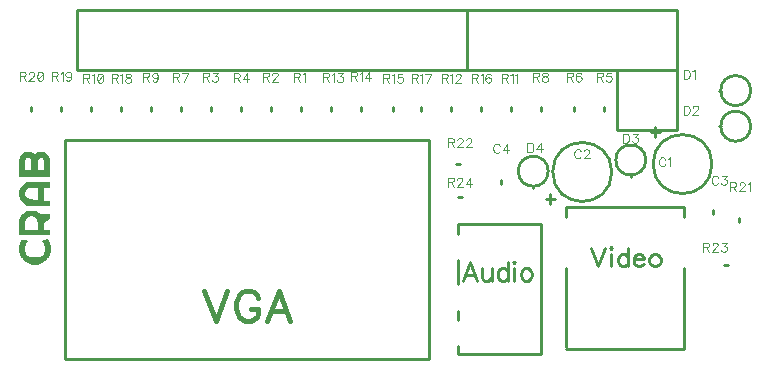
<source format=gto>
G04 DipTrace 2.4.0.2*
%INAV_TopSilk.GTO*%
%MOIN*%
%ADD10C,0.0098*%
%ADD12C,0.003*%
%ADD59C,0.0046*%
%ADD60C,0.0093*%
%ADD62C,0.0154*%
%FSLAX44Y44*%
G04*
G70*
G90*
G75*
G01*
%LNTopSilk*%
%LPD*%
X33137Y17619D2*
D10*
G02X33137Y17619I984J0D01*
G01*
X33373Y18682D2*
X33058D1*
X33215Y18839D2*
Y18524D1*
X29794Y17356D2*
G02X29794Y17356I984J0D01*
G01*
X29715Y16608D2*
Y16293D1*
X29558Y16451D2*
X29873D1*
X35144Y16072D2*
Y15954D1*
X28081Y17072D2*
Y16954D1*
X13547Y18429D2*
X25673D1*
Y11130D1*
X13547D1*
Y18429D1*
X26632Y15627D2*
X26635Y15296D1*
X26632Y15627D2*
X29388D1*
X26632Y14421D2*
X26635Y13608D1*
X26632Y12733D2*
Y12421D1*
X26635Y11546D2*
X26632Y11296D1*
X29388D1*
Y15627D2*
Y11296D1*
X30244Y14149D2*
Y11523D1*
Y16186D2*
X34180D1*
X30244Y11461D2*
X34180D1*
Y14149D1*
X30244Y16186D2*
Y15871D1*
X34180Y16186D2*
Y15871D1*
X35394Y20068D2*
G02X35394Y20068I500J0D01*
G01*
X35327D1*
X35394Y18880D2*
G02X35394Y18880I500J0D01*
G01*
X35327D1*
X31894Y17755D2*
G02X31894Y17755I500J0D01*
G01*
X32394Y17255D2*
Y17188D1*
X28644Y17380D2*
G02X28644Y17380I500J0D01*
G01*
X29144Y16880D2*
Y16813D1*
X21392Y19380D2*
Y19505D1*
X20392Y19380D2*
Y19505D1*
X18392Y19380D2*
Y19505D1*
X19392Y19380D2*
Y19505D1*
X31517Y19380D2*
Y19505D1*
X30517Y19380D2*
Y19505D1*
X17392Y19380D2*
Y19505D1*
X29392Y19380D2*
Y19505D1*
X16392Y19380D2*
Y19505D1*
X14392Y19380D2*
Y19505D1*
X28392Y19380D2*
Y19505D1*
X26392Y19380D2*
Y19505D1*
X22392Y19380D2*
Y19505D1*
X23392Y19380D2*
Y19505D1*
X24456Y19380D2*
Y19505D1*
X27392Y19380D2*
Y19505D1*
X25392Y19380D2*
Y19505D1*
X15392Y19380D2*
Y19505D1*
X13392Y19380D2*
Y19505D1*
X12392Y19380D2*
Y19505D1*
X36019Y15692D2*
Y15818D1*
X26706Y17630D2*
X26581D1*
X35644Y14255D2*
X35519D1*
X26768Y16505D2*
X26643D1*
X26937Y22755D2*
Y20755D1*
X13937Y20770D2*
X33937D1*
Y22739D1*
X13937D1*
Y20770D1*
X31937Y18755D2*
X33937D1*
Y20755D1*
X31937D1*
Y18755D1*
X12177Y18006D2*
D12*
X12416D1*
X12626D2*
X12835D1*
X12134Y17976D2*
X12452D1*
X12576D2*
X12878D1*
X12100Y17946D2*
X12492D1*
X12527D2*
X12912D1*
X12074Y17916D2*
X12938D1*
X12053Y17886D2*
X12958D1*
X12036Y17856D2*
X12976D1*
X12021Y17826D2*
X12213D1*
X12380D2*
X12657D1*
X12799D2*
X12990D1*
X12010Y17796D2*
X12195D1*
X12398D2*
X12632D1*
X12817D2*
X13002D1*
X12003Y17766D2*
X12185D1*
X12408D2*
X12614D1*
X12827D2*
X13009D1*
X12000Y17736D2*
X12180D1*
X12413D2*
X12604D1*
X12832D2*
X13012D1*
X11998Y17707D2*
X12178D1*
X12415D2*
X12599D1*
X12834D2*
X13014D1*
X11998Y17677D2*
X12177D1*
X12416D2*
X12597D1*
X12835D2*
X13014D1*
X11997Y17647D2*
X12177D1*
X12416D2*
X12596D1*
X12835D2*
X13014D1*
X11997Y17617D2*
X12177D1*
X12416D2*
X12596D1*
X12835D2*
X13014D1*
X11997Y17587D2*
X12177D1*
X12416D2*
X12596D1*
X12835D2*
X13015D1*
X11997Y17557D2*
X12177D1*
X12416D2*
X12596D1*
X12835D2*
X13015D1*
X11997Y17527D2*
X12177D1*
X12416D2*
X12596D1*
X12835D2*
X13015D1*
X11997Y17497D2*
X12177D1*
X12416D2*
X12596D1*
X12835D2*
X13015D1*
X11997Y17467D2*
X12177D1*
X12416D2*
X12596D1*
X12835D2*
X13015D1*
X11997Y17437D2*
X12177D1*
X12416D2*
X12596D1*
X12835D2*
X13015D1*
X11997Y17407D2*
X12177D1*
X12416D2*
X12596D1*
X12835D2*
X13015D1*
X11997Y17377D2*
X13015D1*
X11997Y17348D2*
X13015D1*
X11997Y17318D2*
X13015D1*
X11997Y17288D2*
X13015D1*
X11997Y17258D2*
X13015D1*
X11997Y17228D2*
X13015D1*
X12267Y17018D2*
X13015D1*
X12213Y16988D2*
X13015D1*
X12166Y16959D2*
X13015D1*
X12130Y16929D2*
X13015D1*
X12103Y16899D2*
X13015D1*
X12079Y16869D2*
X13015D1*
X12059Y16839D2*
X12303D1*
X12626D2*
X12805D1*
X12042Y16809D2*
X12260D1*
X12626D2*
X12805D1*
X12030Y16779D2*
X12228D1*
X12626D2*
X12805D1*
X12018Y16749D2*
X12206D1*
X12626D2*
X12805D1*
X12009Y16719D2*
X12192D1*
X12626D2*
X12805D1*
X12003Y16689D2*
X12183D1*
X12626D2*
X12805D1*
X12000Y16659D2*
X12180D1*
X12626D2*
X12805D1*
X11999Y16629D2*
X12178D1*
X12626D2*
X12805D1*
X12003Y16599D2*
X12178D1*
X12626D2*
X12805D1*
X12010Y16570D2*
X12183D1*
X12626D2*
X12805D1*
X12018Y16540D2*
X12192D1*
X12626D2*
X12805D1*
X12027Y16510D2*
X12219D1*
X12626D2*
X12805D1*
X12038Y16480D2*
X12254D1*
X12626D2*
X12805D1*
X12052Y16450D2*
X12361D1*
X12626D2*
X12805D1*
X12070Y16420D2*
X12521D1*
X12626D2*
X12805D1*
X12093Y16390D2*
X13015D1*
X12121Y16360D2*
X13015D1*
X12155Y16330D2*
X13015D1*
X12201Y16300D2*
X13015D1*
X12260Y16270D2*
X13015D1*
X12326Y16240D2*
X13015D1*
X12267Y16061D2*
X12536D1*
X12213Y16031D2*
X12590D1*
X12166Y16001D2*
X12642D1*
X12130Y15971D2*
X12701D1*
X12925D2*
X13015D1*
X12103Y15941D2*
X12777D1*
X12809D2*
X13015D1*
X12079Y15911D2*
X13014D1*
X12059Y15881D2*
X12303D1*
X12499D2*
X13013D1*
X12042Y15851D2*
X12260D1*
X12542D2*
X13010D1*
X12030Y15822D2*
X12228D1*
X12574D2*
X12995D1*
X12018Y15792D2*
X12206D1*
X12596D2*
X12959D1*
X12009Y15762D2*
X12192D1*
X12611D2*
X12916D1*
X12003Y15732D2*
X12183D1*
X12619D2*
X12873D1*
X11999Y15702D2*
X12180D1*
X12623D2*
X12835D1*
X11998Y15672D2*
X12178D1*
X12624D2*
X12820D1*
X11998Y15642D2*
X12177D1*
X12625D2*
X12811D1*
X11997Y15612D2*
X12177D1*
X12625D2*
X12808D1*
X11997Y15582D2*
X12177D1*
X12626D2*
X12806D1*
X11997Y15552D2*
X12177D1*
X12626D2*
X12805D1*
X11997Y15522D2*
X12177D1*
X12626D2*
X12805D1*
X11997Y15492D2*
X12177D1*
X12626D2*
X12805D1*
X11997Y15462D2*
X12177D1*
X12626D2*
X12805D1*
X11997Y15433D2*
X13015D1*
X11997Y15403D2*
X13015D1*
X11997Y15373D2*
X13015D1*
X11997Y15343D2*
X13015D1*
X11997Y15313D2*
X13015D1*
X11997Y15283D2*
X13015D1*
X12925Y15133D2*
D3*
X12087Y15103D2*
X12147D1*
X12879D2*
X12955D1*
X12076Y15073D2*
X12207D1*
X12828D2*
X12966D1*
X12063Y15044D2*
X12267D1*
X12775D2*
X12979D1*
X12050Y15014D2*
X12241D1*
X12800D2*
X12992D1*
X12038Y14984D2*
X12220D1*
X12822D2*
X13003D1*
X12028Y14954D2*
X12203D1*
X12839D2*
X13014D1*
X12017Y14924D2*
X12190D1*
X12851D2*
X13024D1*
X12008Y14894D2*
X12183D1*
X12859D2*
X13033D1*
X12002Y14864D2*
X12179D1*
X12862D2*
X13039D1*
X11999Y14834D2*
X12178D1*
X12864D2*
X13042D1*
X11998Y14804D2*
X12177D1*
X12865D2*
X13043D1*
X11999Y14774D2*
X12177D1*
X12865D2*
X13043D1*
X12002Y14744D2*
X12178D1*
X12864D2*
X13039D1*
X12010Y14714D2*
X12182D1*
X12860D2*
X13032D1*
X12018Y14685D2*
X12190D1*
X12851D2*
X13023D1*
X12027Y14655D2*
X12203D1*
X12839D2*
X13014D1*
X12038Y14625D2*
X12220D1*
X12821D2*
X13003D1*
X12051Y14595D2*
X12245D1*
X12796D2*
X12990D1*
X12065Y14565D2*
X12277D1*
X12765D2*
X12976D1*
X12081Y14535D2*
X12372D1*
X12670D2*
X12961D1*
X12100Y14505D2*
X12525D1*
X12517D2*
X12942D1*
X12123Y14475D2*
X12918D1*
X12151Y14445D2*
X12887D1*
X12184Y14415D2*
X12850D1*
X12228Y14385D2*
X12806D1*
X12287Y14355D2*
X12750D1*
X12362Y14325D2*
X12677D1*
X12446Y14296D2*
X12596D1*
X12177Y18006D2*
X12134Y17976D1*
X12100Y17946D1*
X12074Y17916D1*
X12053Y17886D1*
X12036Y17856D1*
X12021Y17826D1*
X12010Y17796D1*
X12003Y17766D1*
X12000Y17736D1*
X11998Y17707D1*
Y17677D1*
X11997Y17647D1*
Y17617D1*
Y17587D1*
Y17557D1*
Y17527D1*
Y17497D1*
Y17467D1*
Y17437D1*
Y17407D1*
Y17377D1*
Y17348D1*
Y17318D1*
Y17288D1*
Y17258D1*
Y17228D1*
X12416Y18006D2*
X12452Y17976D1*
X12492Y17946D1*
X12536Y17916D1*
X12626Y18006D2*
X12576Y17976D1*
X12527Y17946D1*
X12476Y17916D1*
X12835Y18006D2*
X12878Y17976D1*
X12912Y17946D1*
X12938Y17916D1*
X12958Y17886D1*
X12976Y17856D1*
X12990Y17826D1*
X13002Y17796D1*
X13009Y17766D1*
X13012Y17736D1*
X13014Y17707D1*
Y17677D1*
Y17647D1*
Y17617D1*
X13015Y17587D1*
Y17557D1*
Y17527D1*
Y17497D1*
Y17467D1*
Y17437D1*
Y17407D1*
Y17377D1*
Y17348D1*
Y17318D1*
Y17288D1*
Y17258D1*
Y17228D1*
X12237Y17856D2*
X12213Y17826D1*
X12195Y17796D1*
X12185Y17766D1*
X12180Y17736D1*
X12178Y17707D1*
X12177Y17677D1*
Y17647D1*
Y17617D1*
Y17587D1*
Y17557D1*
Y17527D1*
Y17497D1*
Y17467D1*
Y17437D1*
Y17407D1*
X12386Y17377D1*
X12356Y17856D2*
X12380Y17826D1*
X12398Y17796D1*
X12408Y17766D1*
X12413Y17736D1*
X12415Y17707D1*
X12416Y17677D1*
Y17647D1*
Y17617D1*
Y17587D1*
Y17557D1*
Y17527D1*
Y17497D1*
Y17467D1*
Y17437D1*
Y17407D1*
X12207Y17377D1*
X12685Y17856D2*
X12657Y17826D1*
X12632Y17796D1*
X12614Y17766D1*
X12604Y17736D1*
X12599Y17707D1*
X12597Y17677D1*
X12596Y17647D1*
Y17617D1*
Y17587D1*
Y17557D1*
Y17527D1*
Y17497D1*
Y17467D1*
Y17437D1*
Y17407D1*
X12805Y17377D1*
X12775Y17856D2*
X12799Y17826D1*
X12817Y17796D1*
X12827Y17766D1*
X12832Y17736D1*
X12834Y17707D1*
X12835Y17677D1*
Y17647D1*
Y17617D1*
Y17587D1*
Y17557D1*
Y17527D1*
Y17497D1*
Y17467D1*
Y17437D1*
Y17407D1*
X12626Y17377D1*
X12267Y17018D2*
X12213Y16988D1*
X12166Y16959D1*
X12130Y16929D1*
X12103Y16899D1*
X12079Y16869D1*
X12059Y16839D1*
X12042Y16809D1*
X12030Y16779D1*
X12018Y16749D1*
X12009Y16719D1*
X12003Y16689D1*
X12000Y16659D1*
X11999Y16629D1*
X12003Y16599D1*
X12010Y16570D1*
X12018Y16540D1*
X12027Y16510D1*
X12038Y16480D1*
X12052Y16450D1*
X12070Y16420D1*
X12093Y16390D1*
X12121Y16360D1*
X12155Y16330D1*
X12201Y16300D1*
X12260Y16270D1*
X12326Y16240D1*
X13015Y17018D2*
Y16988D1*
Y16959D1*
Y16929D1*
Y16899D1*
Y16869D1*
Y16839D1*
X12805D1*
Y16809D1*
Y16779D1*
Y16749D1*
Y16719D1*
Y16689D1*
Y16659D1*
Y16629D1*
Y16599D1*
Y16570D1*
Y16540D1*
Y16510D1*
Y16480D1*
Y16450D1*
Y16420D1*
Y16390D1*
X13015D1*
Y16360D1*
Y16330D1*
Y16300D1*
Y16270D1*
Y16240D1*
X12356Y16869D2*
X12303Y16839D1*
X12260Y16809D1*
X12228Y16779D1*
X12206Y16749D1*
X12192Y16719D1*
X12183Y16689D1*
X12180Y16659D1*
X12178Y16629D1*
Y16599D1*
X12183Y16570D1*
X12192Y16540D1*
X12219Y16510D1*
X12254Y16480D1*
X12361Y16450D1*
X12521Y16420D1*
X12715Y16390D1*
X12626Y16869D2*
Y16839D1*
Y16809D1*
Y16779D1*
Y16749D1*
Y16719D1*
Y16689D1*
Y16659D1*
Y16629D1*
Y16599D1*
Y16570D1*
Y16540D1*
Y16510D1*
Y16480D1*
Y16450D1*
Y16420D1*
X12416Y16390D1*
X12267Y16061D2*
X12213Y16031D1*
X12166Y16001D1*
X12130Y15971D1*
X12103Y15941D1*
X12079Y15911D1*
X12059Y15881D1*
X12042Y15851D1*
X12030Y15822D1*
X12018Y15792D1*
X12009Y15762D1*
X12003Y15732D1*
X11999Y15702D1*
X11998Y15672D1*
Y15642D1*
X11997Y15612D1*
Y15582D1*
Y15552D1*
Y15522D1*
Y15492D1*
Y15462D1*
Y15433D1*
Y15403D1*
Y15373D1*
Y15343D1*
Y15313D1*
Y15283D1*
X12536Y16061D2*
X12590Y16031D1*
X12642Y16001D1*
X12701Y15971D1*
X12777Y15941D1*
X12865Y15911D1*
X12925Y15971D2*
X12809Y15941D1*
X12685Y15911D1*
X13015Y15971D2*
Y15941D1*
X13014Y15911D1*
X13013Y15881D1*
X13010Y15851D1*
X12995Y15822D1*
X12959Y15792D1*
X12916Y15762D1*
X12873Y15732D1*
X12835Y15702D1*
X12820Y15672D1*
X12811Y15642D1*
X12808Y15612D1*
X12806Y15582D1*
X12805Y15552D1*
Y15522D1*
Y15492D1*
Y15462D1*
Y15433D1*
X13015D1*
Y15403D1*
Y15373D1*
Y15343D1*
Y15313D1*
Y15283D1*
X12356Y15911D2*
X12303Y15881D1*
X12260Y15851D1*
X12228Y15822D1*
X12206Y15792D1*
X12192Y15762D1*
X12183Y15732D1*
X12180Y15702D1*
X12178Y15672D1*
X12177Y15642D1*
Y15612D1*
Y15582D1*
Y15552D1*
Y15522D1*
Y15492D1*
Y15462D1*
Y15433D1*
X12446Y15911D2*
X12499Y15881D1*
X12542Y15851D1*
X12574Y15822D1*
X12596Y15792D1*
X12611Y15762D1*
X12619Y15732D1*
X12623Y15702D1*
X12624Y15672D1*
X12625Y15642D1*
Y15612D1*
X12626Y15582D1*
Y15552D1*
Y15522D1*
Y15492D1*
Y15462D1*
Y15433D1*
X12925Y15133D2*
X12879Y15103D1*
X12828Y15073D1*
X12775Y15044D1*
X12800Y15014D1*
X12822Y14984D1*
X12839Y14954D1*
X12851Y14924D1*
X12859Y14894D1*
X12862Y14864D1*
X12864Y14834D1*
X12865Y14804D1*
Y14774D1*
X12864Y14744D1*
X12860Y14714D1*
X12851Y14685D1*
X12839Y14655D1*
X12821Y14625D1*
X12796Y14595D1*
X12765Y14565D1*
X12670Y14535D1*
X12517Y14505D1*
X12326Y14475D1*
X12087Y15103D2*
X12076Y15073D1*
X12063Y15044D1*
X12050Y15014D1*
X12038Y14984D1*
X12028Y14954D1*
X12017Y14924D1*
X12008Y14894D1*
X12002Y14864D1*
X11999Y14834D1*
X11998Y14804D1*
X11999Y14774D1*
X12002Y14744D1*
X12010Y14714D1*
X12018Y14685D1*
X12027Y14655D1*
X12038Y14625D1*
X12051Y14595D1*
X12065Y14565D1*
X12081Y14535D1*
X12100Y14505D1*
X12123Y14475D1*
X12151Y14445D1*
X12184Y14415D1*
X12228Y14385D1*
X12287Y14355D1*
X12362Y14325D1*
X12446Y14296D1*
X12147Y15103D2*
X12207Y15073D1*
X12267Y15044D1*
X12241Y15014D1*
X12220Y14984D1*
X12203Y14954D1*
X12190Y14924D1*
X12183Y14894D1*
X12179Y14864D1*
X12178Y14834D1*
X12177Y14804D1*
Y14774D1*
X12178Y14744D1*
X12182Y14714D1*
X12190Y14685D1*
X12203Y14655D1*
X12220Y14625D1*
X12245Y14595D1*
X12277Y14565D1*
X12372Y14535D1*
X12525Y14505D1*
X12715Y14475D1*
X12955Y15103D2*
X12966Y15073D1*
X12979Y15044D1*
X12992Y15014D1*
X13003Y14984D1*
X13014Y14954D1*
X13024Y14924D1*
X13033Y14894D1*
X13039Y14864D1*
X13042Y14834D1*
X13043Y14804D1*
Y14774D1*
X13039Y14744D1*
X13032Y14714D1*
X13023Y14685D1*
X13014Y14655D1*
X13003Y14625D1*
X12990Y14595D1*
X12976Y14565D1*
X12961Y14535D1*
X12942Y14505D1*
X12918Y14475D1*
X12887Y14445D1*
X12850Y14415D1*
X12806Y14385D1*
X12750Y14355D1*
X12677Y14325D1*
X12596Y14296D1*
X33544Y17769D2*
D59*
X33530Y17798D1*
X33501Y17827D1*
X33473Y17841D1*
X33415D1*
X33387Y17827D1*
X33358Y17798D1*
X33343Y17769D1*
X33329Y17726D1*
Y17654D1*
X33343Y17611D1*
X33358Y17582D1*
X33387Y17554D1*
X33415Y17539D1*
X33473D1*
X33501Y17554D1*
X33530Y17582D1*
X33544Y17611D1*
X33637Y17783D2*
X33666Y17798D1*
X33709Y17840D1*
Y17539D1*
X30731Y18038D2*
X30717Y18067D1*
X30688Y18095D1*
X30659Y18110D1*
X30602D1*
X30573Y18095D1*
X30545Y18067D1*
X30530Y18038D1*
X30516Y17995D1*
Y17923D1*
X30530Y17880D1*
X30545Y17851D1*
X30573Y17823D1*
X30602Y17808D1*
X30659D1*
X30688Y17823D1*
X30717Y17851D1*
X30731Y17880D1*
X30838Y18038D2*
Y18052D1*
X30852Y18081D1*
X30867Y18095D1*
X30896Y18109D1*
X30953D1*
X30981Y18095D1*
X30996Y18081D1*
X31010Y18052D1*
Y18024D1*
X30996Y17995D1*
X30967Y17952D1*
X30824Y17808D1*
X31025D1*
X35310Y17160D2*
X35296Y17189D1*
X35267Y17218D1*
X35238Y17232D1*
X35181D1*
X35152Y17218D1*
X35123Y17189D1*
X35109Y17160D1*
X35095Y17117D1*
Y17045D1*
X35109Y17002D1*
X35123Y16974D1*
X35152Y16945D1*
X35181Y16931D1*
X35238D1*
X35267Y16945D1*
X35296Y16974D1*
X35310Y17002D1*
X35431Y17232D2*
X35589D1*
X35503Y17117D1*
X35546D1*
X35575Y17103D1*
X35589Y17088D1*
X35603Y17045D1*
Y17017D1*
X35589Y16974D1*
X35560Y16945D1*
X35517Y16931D1*
X35474D1*
X35431Y16945D1*
X35417Y16959D1*
X35402Y16988D1*
X28035Y18223D2*
X28020Y18251D1*
X27992Y18280D1*
X27963Y18295D1*
X27906D1*
X27877Y18280D1*
X27848Y18251D1*
X27834Y18223D1*
X27819Y18180D1*
Y18108D1*
X27834Y18065D1*
X27848Y18036D1*
X27877Y18008D1*
X27906Y17993D1*
X27963D1*
X27992Y18008D1*
X28020Y18036D1*
X28035Y18065D1*
X28271Y17993D2*
Y18294D1*
X28127Y18094D1*
X28343D1*
X34157Y20762D2*
Y20461D1*
X34258D1*
X34301Y20475D1*
X34329Y20504D1*
X34344Y20533D1*
X34358Y20576D1*
Y20648D1*
X34344Y20691D1*
X34329Y20719D1*
X34301Y20748D1*
X34258Y20762D1*
X34157D1*
X34451Y20705D2*
X34479Y20719D1*
X34523Y20762D1*
Y20461D1*
X34157Y19570D2*
Y19269D1*
X34257D1*
X34300Y19283D1*
X34329Y19312D1*
X34343Y19341D1*
X34357Y19384D1*
Y19455D1*
X34343Y19499D1*
X34329Y19527D1*
X34300Y19556D1*
X34257Y19570D1*
X34157D1*
X34465Y19498D2*
Y19513D1*
X34479Y19541D1*
X34493Y19556D1*
X34522Y19570D1*
X34579D1*
X34608Y19556D1*
X34622Y19541D1*
X34637Y19513D1*
Y19484D1*
X34622Y19455D1*
X34594Y19412D1*
X34450Y19269D1*
X34651D1*
X32147Y18632D2*
Y18331D1*
X32247D1*
X32290Y18345D1*
X32319Y18374D1*
X32333Y18403D1*
X32348Y18445D1*
Y18517D1*
X32333Y18560D1*
X32319Y18589D1*
X32290Y18618D1*
X32247Y18632D1*
X32147D1*
X32469D2*
X32627D1*
X32541Y18517D1*
X32584D1*
X32612Y18503D1*
X32627Y18488D1*
X32641Y18445D1*
Y18417D1*
X32627Y18374D1*
X32598Y18345D1*
X32555Y18331D1*
X32512D1*
X32469Y18345D1*
X32455Y18359D1*
X32440Y18388D1*
X28952Y18319D2*
Y18018D1*
X29052D1*
X29095Y18033D1*
X29124Y18061D1*
X29138Y18090D1*
X29153Y18133D1*
Y18205D1*
X29138Y18248D1*
X29124Y18276D1*
X29095Y18305D1*
X29052Y18319D1*
X28952D1*
X29389Y18018D2*
Y18319D1*
X29245Y18118D1*
X29461D1*
X21164Y20521D2*
X21293D1*
X21336Y20535D1*
X21351Y20550D1*
X21365Y20578D1*
Y20607D1*
X21351Y20636D1*
X21336Y20650D1*
X21293Y20664D1*
X21164D1*
Y20363D1*
X21264Y20521D2*
X21365Y20363D1*
X21457Y20607D2*
X21486Y20621D1*
X21529Y20664D1*
Y20363D1*
X20144Y20525D2*
X20273D1*
X20317Y20540D1*
X20331Y20554D1*
X20345Y20583D1*
Y20612D1*
X20331Y20640D1*
X20317Y20655D1*
X20273Y20669D1*
X20144D1*
Y20367D1*
X20245Y20525D2*
X20345Y20367D1*
X20453Y20597D2*
Y20611D1*
X20467Y20640D1*
X20481Y20654D1*
X20510Y20669D1*
X20567D1*
X20596Y20654D1*
X20610Y20640D1*
X20625Y20611D1*
Y20583D1*
X20610Y20554D1*
X20582Y20511D1*
X20438Y20367D1*
X20639D1*
X18144Y20525D2*
X18273D1*
X18317Y20540D1*
X18331Y20554D1*
X18345Y20583D1*
Y20612D1*
X18331Y20640D1*
X18317Y20655D1*
X18273Y20669D1*
X18144D1*
Y20367D1*
X18245Y20525D2*
X18345Y20367D1*
X18467Y20669D2*
X18624D1*
X18539Y20554D1*
X18582D1*
X18610Y20540D1*
X18624Y20525D1*
X18639Y20482D1*
Y20454D1*
X18624Y20411D1*
X18596Y20382D1*
X18553Y20367D1*
X18510D1*
X18467Y20382D1*
X18453Y20396D1*
X18438Y20425D1*
X19167Y20502D2*
X19296D1*
X19339Y20517D1*
X19353Y20531D1*
X19368Y20560D1*
Y20588D1*
X19353Y20617D1*
X19339Y20632D1*
X19296Y20646D1*
X19167D1*
Y20344D1*
X19267Y20502D2*
X19368Y20344D1*
X19604D2*
Y20645D1*
X19460Y20445D1*
X19676D1*
X31269Y20525D2*
X31398D1*
X31442Y20540D1*
X31456Y20554D1*
X31470Y20583D1*
Y20612D1*
X31456Y20640D1*
X31442Y20655D1*
X31398Y20669D1*
X31269D1*
Y20367D1*
X31370Y20525D2*
X31470Y20367D1*
X31735Y20669D2*
X31592D1*
X31578Y20540D1*
X31592Y20554D1*
X31635Y20568D1*
X31678D1*
X31721Y20554D1*
X31750Y20525D1*
X31764Y20482D1*
Y20454D1*
X31750Y20411D1*
X31721Y20382D1*
X31678Y20367D1*
X31635D1*
X31592Y20382D1*
X31578Y20396D1*
X31563Y20425D1*
X30277Y20525D2*
X30406D1*
X30449Y20540D1*
X30463Y20554D1*
X30478Y20583D1*
Y20612D1*
X30463Y20640D1*
X30449Y20655D1*
X30406Y20669D1*
X30277D1*
Y20367D1*
X30377Y20525D2*
X30478Y20367D1*
X30742Y20626D2*
X30728Y20654D1*
X30685Y20669D1*
X30657D1*
X30613Y20654D1*
X30585Y20611D1*
X30570Y20540D1*
Y20468D1*
X30585Y20411D1*
X30613Y20382D1*
X30657Y20367D1*
X30671D1*
X30714Y20382D1*
X30742Y20411D1*
X30757Y20454D1*
Y20468D1*
X30742Y20511D1*
X30714Y20540D1*
X30671Y20554D1*
X30657D1*
X30613Y20540D1*
X30585Y20511D1*
X30570Y20468D1*
X17137Y20521D2*
X17266D1*
X17309Y20535D1*
X17323Y20550D1*
X17338Y20578D1*
Y20607D1*
X17323Y20636D1*
X17309Y20650D1*
X17266Y20664D1*
X17137D1*
Y20363D1*
X17237Y20521D2*
X17338Y20363D1*
X17488D2*
X17631Y20664D1*
X17430D1*
X29145Y20525D2*
X29274D1*
X29317Y20540D1*
X29331Y20554D1*
X29346Y20583D1*
Y20612D1*
X29331Y20640D1*
X29317Y20655D1*
X29274Y20669D1*
X29145D1*
Y20367D1*
X29245Y20525D2*
X29346Y20367D1*
X29510Y20669D2*
X29467Y20654D1*
X29452Y20626D1*
Y20597D1*
X29467Y20568D1*
X29496Y20554D1*
X29553Y20540D1*
X29596Y20525D1*
X29625Y20496D1*
X29639Y20468D1*
Y20425D1*
X29625Y20396D1*
X29610Y20382D1*
X29567Y20367D1*
X29510D1*
X29467Y20382D1*
X29452Y20396D1*
X29438Y20425D1*
Y20468D1*
X29452Y20496D1*
X29481Y20525D1*
X29524Y20540D1*
X29581Y20554D1*
X29610Y20568D1*
X29625Y20597D1*
Y20626D1*
X29610Y20654D1*
X29567Y20669D1*
X29510D1*
X16152Y20525D2*
X16281D1*
X16324Y20540D1*
X16338Y20554D1*
X16353Y20583D1*
Y20612D1*
X16338Y20640D1*
X16324Y20655D1*
X16281Y20669D1*
X16152D1*
Y20367D1*
X16252Y20525D2*
X16353Y20367D1*
X16632Y20568D2*
X16617Y20525D1*
X16589Y20496D1*
X16546Y20482D1*
X16531D1*
X16488Y20496D1*
X16460Y20525D1*
X16445Y20568D1*
Y20583D1*
X16460Y20626D1*
X16488Y20654D1*
X16531Y20669D1*
X16546D1*
X16589Y20654D1*
X16617Y20626D1*
X16632Y20568D1*
Y20496D1*
X16617Y20425D1*
X16589Y20382D1*
X16546Y20367D1*
X16517D1*
X16474Y20382D1*
X16460Y20411D1*
X14150Y20488D2*
X14279D1*
X14322Y20502D1*
X14336Y20517D1*
X14351Y20545D1*
Y20574D1*
X14336Y20603D1*
X14322Y20617D1*
X14279Y20631D1*
X14150D1*
Y20330D1*
X14250Y20488D2*
X14351Y20330D1*
X14443Y20574D2*
X14472Y20588D1*
X14515Y20631D1*
Y20330D1*
X14694Y20631D2*
X14651Y20617D1*
X14622Y20574D1*
X14608Y20502D1*
Y20459D1*
X14622Y20387D1*
X14651Y20344D1*
X14694Y20330D1*
X14723D1*
X14766Y20344D1*
X14794Y20387D1*
X14809Y20459D1*
Y20502D1*
X14794Y20574D1*
X14766Y20617D1*
X14723Y20631D1*
X14694D1*
X14794Y20574D2*
X14622Y20387D1*
X28089Y20488D2*
X28218D1*
X28261Y20502D1*
X28276Y20517D1*
X28290Y20545D1*
Y20574D1*
X28276Y20603D1*
X28261Y20617D1*
X28218Y20631D1*
X28089D1*
Y20330D1*
X28190Y20488D2*
X28290Y20330D1*
X28383Y20574D2*
X28412Y20588D1*
X28455Y20631D1*
Y20330D1*
X28547Y20574D2*
X28576Y20588D1*
X28619Y20631D1*
Y20330D1*
X26087Y20488D2*
X26216D1*
X26259Y20502D1*
X26274Y20517D1*
X26288Y20545D1*
Y20574D1*
X26274Y20603D1*
X26259Y20617D1*
X26216Y20631D1*
X26087D1*
Y20330D1*
X26188Y20488D2*
X26288Y20330D1*
X26381Y20574D2*
X26410Y20588D1*
X26453Y20631D1*
Y20330D1*
X26560Y20559D2*
Y20574D1*
X26574Y20603D1*
X26588Y20617D1*
X26617Y20631D1*
X26675D1*
X26703Y20617D1*
X26717Y20603D1*
X26732Y20574D1*
Y20545D1*
X26717Y20516D1*
X26689Y20474D1*
X26545Y20330D1*
X26746D1*
X22143Y20513D2*
X22272D1*
X22315Y20528D1*
X22330Y20542D1*
X22344Y20570D1*
Y20599D1*
X22330Y20628D1*
X22315Y20642D1*
X22272Y20657D1*
X22143D1*
Y20355D1*
X22244Y20513D2*
X22344Y20355D1*
X22437Y20599D2*
X22466Y20614D1*
X22509Y20656D1*
Y20355D1*
X22630Y20656D2*
X22788D1*
X22702Y20542D1*
X22745D1*
X22773Y20527D1*
X22788Y20513D1*
X22802Y20470D1*
Y20441D1*
X22788Y20398D1*
X22759Y20369D1*
X22716Y20355D1*
X22673D1*
X22630Y20369D1*
X22616Y20384D1*
X22601Y20413D1*
X23080Y20550D2*
X23209D1*
X23252Y20565D1*
X23267Y20579D1*
X23281Y20608D1*
Y20637D1*
X23267Y20665D1*
X23252Y20680D1*
X23209Y20694D1*
X23080D1*
Y20392D1*
X23181Y20550D2*
X23281Y20392D1*
X23374Y20636D2*
X23402Y20651D1*
X23446Y20694D1*
Y20392D1*
X23682D2*
Y20694D1*
X23538Y20493D1*
X23753D1*
X24151Y20489D2*
X24280D1*
X24323Y20503D1*
X24338Y20517D1*
X24352Y20546D1*
Y20575D1*
X24338Y20603D1*
X24323Y20618D1*
X24280Y20632D1*
X24151D1*
Y20331D1*
X24252Y20489D2*
X24352Y20331D1*
X24445Y20575D2*
X24474Y20589D1*
X24517Y20632D1*
Y20331D1*
X24781Y20632D2*
X24638D1*
X24624Y20503D1*
X24638Y20517D1*
X24681Y20532D1*
X24724D1*
X24767Y20517D1*
X24796Y20489D1*
X24810Y20446D1*
Y20417D1*
X24796Y20374D1*
X24767Y20345D1*
X24724Y20331D1*
X24681D1*
X24638Y20345D1*
X24624Y20360D1*
X24609Y20388D1*
X27094Y20488D2*
X27223D1*
X27267Y20502D1*
X27281Y20517D1*
X27295Y20545D1*
Y20574D1*
X27281Y20603D1*
X27267Y20617D1*
X27223Y20631D1*
X27094D1*
Y20330D1*
X27195Y20488D2*
X27295Y20330D1*
X27388Y20574D2*
X27417Y20588D1*
X27460Y20631D1*
Y20330D1*
X27725Y20588D2*
X27710Y20617D1*
X27667Y20631D1*
X27639D1*
X27596Y20617D1*
X27567Y20574D1*
X27553Y20502D1*
Y20430D1*
X27567Y20373D1*
X27596Y20344D1*
X27639Y20330D1*
X27653D1*
X27696Y20344D1*
X27725Y20373D1*
X27739Y20416D1*
Y20430D1*
X27725Y20474D1*
X27696Y20502D1*
X27653Y20516D1*
X27639D1*
X27596Y20502D1*
X27567Y20474D1*
X27553Y20430D1*
X25087Y20488D2*
X25216D1*
X25259Y20502D1*
X25274Y20517D1*
X25288Y20545D1*
Y20574D1*
X25274Y20603D1*
X25259Y20617D1*
X25216Y20631D1*
X25087D1*
Y20330D1*
X25188Y20488D2*
X25288Y20330D1*
X25381Y20574D2*
X25410Y20588D1*
X25453Y20631D1*
Y20330D1*
X25603D2*
X25746Y20631D1*
X25545D1*
X15087Y20488D2*
X15216D1*
X15259Y20502D1*
X15274Y20517D1*
X15288Y20545D1*
Y20574D1*
X15274Y20603D1*
X15259Y20617D1*
X15216Y20631D1*
X15087D1*
Y20330D1*
X15188Y20488D2*
X15288Y20330D1*
X15381Y20574D2*
X15410Y20588D1*
X15453Y20631D1*
Y20330D1*
X15617Y20631D2*
X15574Y20617D1*
X15560Y20588D1*
Y20559D1*
X15574Y20531D1*
X15603Y20516D1*
X15660Y20502D1*
X15703Y20488D1*
X15732Y20459D1*
X15746Y20430D1*
Y20387D1*
X15732Y20359D1*
X15718Y20344D1*
X15675Y20330D1*
X15617D1*
X15574Y20344D1*
X15560Y20359D1*
X15546Y20387D1*
Y20430D1*
X15560Y20459D1*
X15589Y20488D1*
X15631Y20502D1*
X15689Y20516D1*
X15718Y20531D1*
X15732Y20559D1*
Y20588D1*
X15718Y20617D1*
X15675Y20631D1*
X15617D1*
X13094Y20550D2*
X13223D1*
X13266Y20565D1*
X13281Y20579D1*
X13295Y20608D1*
Y20637D1*
X13281Y20665D1*
X13266Y20680D1*
X13223Y20694D1*
X13094D1*
Y20392D1*
X13195Y20550D2*
X13295Y20392D1*
X13388Y20636D2*
X13417Y20651D1*
X13460Y20694D1*
Y20392D1*
X13739Y20593D2*
X13725Y20550D1*
X13696Y20521D1*
X13653Y20507D1*
X13639D1*
X13596Y20521D1*
X13567Y20550D1*
X13552Y20593D1*
Y20608D1*
X13567Y20651D1*
X13596Y20679D1*
X13639Y20694D1*
X13653D1*
X13696Y20679D1*
X13725Y20651D1*
X13739Y20593D1*
Y20521D1*
X13725Y20450D1*
X13696Y20407D1*
X13653Y20392D1*
X13624D1*
X13581Y20407D1*
X13567Y20436D1*
X12023Y20550D2*
X12152D1*
X12195Y20565D1*
X12209Y20579D1*
X12224Y20608D1*
Y20637D1*
X12209Y20665D1*
X12195Y20680D1*
X12152Y20694D1*
X12023D1*
Y20392D1*
X12123Y20550D2*
X12224Y20392D1*
X12331Y20622D2*
Y20636D1*
X12345Y20665D1*
X12359Y20679D1*
X12388Y20694D1*
X12446D1*
X12474Y20679D1*
X12488Y20665D1*
X12503Y20636D1*
Y20608D1*
X12488Y20579D1*
X12460Y20536D1*
X12316Y20392D1*
X12517D1*
X12696Y20694D2*
X12653Y20679D1*
X12624Y20636D1*
X12610Y20565D1*
Y20521D1*
X12624Y20450D1*
X12653Y20407D1*
X12696Y20392D1*
X12725D1*
X12768Y20407D1*
X12796Y20450D1*
X12811Y20521D1*
Y20565D1*
X12796Y20636D1*
X12768Y20679D1*
X12725Y20694D1*
X12696D1*
X12796Y20636D2*
X12624Y20450D1*
X35715Y16863D2*
X35844D1*
X35887Y16878D1*
X35901Y16892D1*
X35916Y16921D1*
Y16949D1*
X35901Y16978D1*
X35887Y16993D1*
X35844Y17007D1*
X35715D1*
Y16705D1*
X35815Y16863D2*
X35916Y16705D1*
X36023Y16935D2*
Y16949D1*
X36037Y16978D1*
X36051Y16992D1*
X36080Y17006D1*
X36138D1*
X36166Y16992D1*
X36180Y16978D1*
X36195Y16949D1*
Y16921D1*
X36180Y16892D1*
X36152Y16849D1*
X36008Y16705D1*
X36209D1*
X36302Y16949D2*
X36331Y16964D1*
X36374Y17006D1*
Y16705D1*
X26312Y18338D2*
X26441D1*
X26484Y18353D1*
X26499Y18367D1*
X26513Y18396D1*
Y18425D1*
X26499Y18453D1*
X26484Y18468D1*
X26441Y18482D1*
X26312D1*
Y18181D1*
X26412Y18338D2*
X26513Y18181D1*
X26620Y18410D2*
Y18424D1*
X26634Y18453D1*
X26649Y18467D1*
X26677Y18482D1*
X26735D1*
X26763Y18467D1*
X26778Y18453D1*
X26792Y18424D1*
Y18396D1*
X26778Y18367D1*
X26749Y18324D1*
X26605Y18181D1*
X26806D1*
X26914Y18410D2*
Y18424D1*
X26928Y18453D1*
X26942Y18467D1*
X26971Y18482D1*
X27028D1*
X27057Y18467D1*
X27071Y18453D1*
X27086Y18424D1*
Y18396D1*
X27071Y18367D1*
X27043Y18324D1*
X26899Y18181D1*
X27100D1*
X34814Y14854D2*
X34943D1*
X34986Y14868D1*
X35000Y14883D1*
X35015Y14911D1*
Y14940D1*
X35000Y14969D1*
X34986Y14983D1*
X34943Y14997D1*
X34814D1*
Y14696D1*
X34914Y14854D2*
X35015Y14696D1*
X35122Y14926D2*
Y14940D1*
X35136Y14969D1*
X35150Y14983D1*
X35179Y14997D1*
X35237D1*
X35265Y14983D1*
X35279Y14969D1*
X35294Y14940D1*
Y14911D1*
X35279Y14882D1*
X35251Y14840D1*
X35107Y14696D1*
X35308D1*
X35430Y14997D2*
X35587D1*
X35501Y14882D1*
X35545D1*
X35573Y14868D1*
X35587Y14854D1*
X35602Y14811D1*
Y14782D1*
X35587Y14739D1*
X35559Y14710D1*
X35516Y14696D1*
X35473D1*
X35430Y14710D1*
X35416Y14725D1*
X35401Y14753D1*
X26305Y17026D2*
X26434D1*
X26477Y17040D1*
X26491Y17055D1*
X26506Y17083D1*
Y17112D1*
X26491Y17141D1*
X26477Y17155D1*
X26434Y17169D1*
X26305D1*
Y16868D1*
X26405Y17026D2*
X26506Y16868D1*
X26613Y17097D2*
Y17112D1*
X26627Y17141D1*
X26641Y17155D1*
X26670Y17169D1*
X26728D1*
X26756Y17155D1*
X26770Y17141D1*
X26785Y17112D1*
Y17083D1*
X26770Y17054D1*
X26742Y17012D1*
X26598Y16868D1*
X26799D1*
X27035D2*
Y17169D1*
X26892Y16968D1*
X27107D1*
X18179Y13398D2*
D62*
X18561Y12393D1*
X18944Y13398D1*
X19970Y13159D2*
X19922Y13254D1*
X19826Y13351D1*
X19731Y13398D1*
X19540D1*
X19444Y13351D1*
X19349Y13254D1*
X19300Y13159D1*
X19252Y13016D1*
Y12776D1*
X19300Y12633D1*
X19349Y12537D1*
X19444Y12442D1*
X19540Y12393D1*
X19731D1*
X19826Y12442D1*
X19922Y12537D1*
X19970Y12633D1*
Y12776D1*
X19731D1*
X21045Y12393D2*
X20661Y13398D1*
X20279Y12393D1*
X20422Y12728D2*
X20901D1*
X27268Y13736D2*
D60*
X27038Y14339D1*
X26808Y13736D1*
X26894Y13937D2*
X27182D1*
X27453Y14138D2*
Y13851D1*
X27482Y13765D1*
X27539Y13736D1*
X27626D1*
X27683Y13765D1*
X27769Y13851D1*
Y14138D2*
Y13736D1*
X28298Y14339D2*
Y13736D1*
Y14052D2*
X28241Y14109D1*
X28184Y14138D1*
X28097D1*
X28040Y14109D1*
X27983Y14052D1*
X27954Y13965D1*
Y13908D1*
X27983Y13822D1*
X28040Y13765D1*
X28097Y13736D1*
X28184D1*
X28241Y13765D1*
X28298Y13822D1*
X28484Y14339D2*
X28512Y14310D1*
X28541Y14339D1*
X28512Y14368D1*
X28484Y14339D1*
X28512Y14138D2*
Y13736D1*
X28870Y14138D2*
X28813Y14109D1*
X28755Y14052D1*
X28727Y13965D1*
Y13908D1*
X28755Y13822D1*
X28813Y13765D1*
X28870Y13736D1*
X28956D1*
X29014Y13765D1*
X29071Y13822D1*
X29100Y13908D1*
Y13965D1*
X29071Y14052D1*
X29014Y14109D1*
X28956Y14138D1*
X28870D1*
X31071Y14818D2*
X31300Y14215D1*
X31530Y14818D1*
X31715D2*
X31744Y14789D1*
X31773Y14818D1*
X31744Y14847D1*
X31715Y14818D1*
X31744Y14617D2*
Y14215D1*
X32302Y14818D2*
Y14215D1*
Y14531D2*
X32245Y14588D1*
X32188Y14617D1*
X32101D1*
X32044Y14588D1*
X31987Y14531D1*
X31958Y14444D1*
Y14387D1*
X31987Y14301D1*
X32044Y14244D1*
X32101Y14215D1*
X32188D1*
X32245Y14244D1*
X32302Y14301D1*
X32488Y14444D2*
X32832D1*
Y14502D1*
X32803Y14560D1*
X32775Y14588D1*
X32717Y14617D1*
X32631D1*
X32574Y14588D1*
X32516Y14531D1*
X32488Y14444D1*
Y14387D1*
X32516Y14301D1*
X32574Y14244D1*
X32631Y14215D1*
X32717D1*
X32775Y14244D1*
X32832Y14301D1*
X33160Y14617D2*
X33103Y14588D1*
X33046Y14531D1*
X33017Y14444D1*
Y14387D1*
X33046Y14301D1*
X33103Y14244D1*
X33160Y14215D1*
X33247D1*
X33304Y14244D1*
X33361Y14301D1*
X33391Y14387D1*
Y14444D1*
X33361Y14531D1*
X33304Y14588D1*
X33247Y14617D1*
X33160D1*
M02*

</source>
